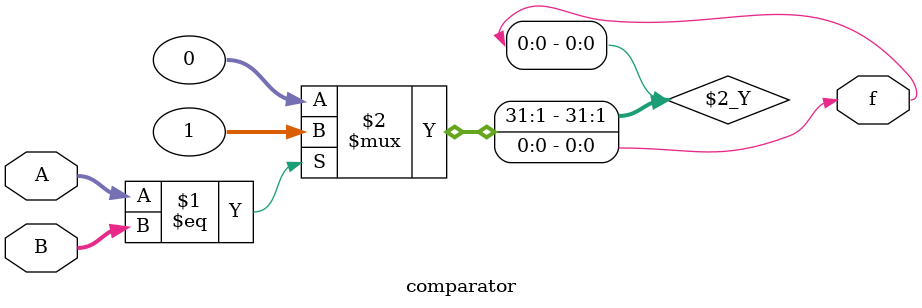
<source format=v>
`timescale 1ns / 1ps

module comparator(A, B, f);
input [3:0]A;
input [3:0]B;
output f;

assign f= (A==B) ? 1:0;

endmodule

</source>
